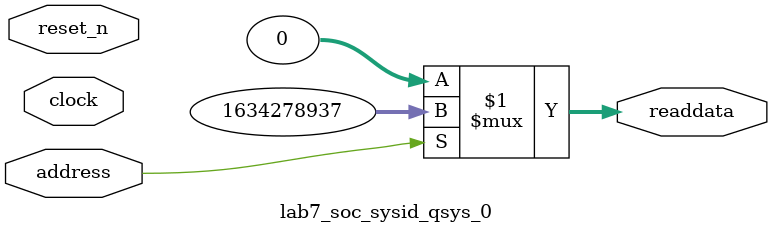
<source format=v>



// synthesis translate_off
`timescale 1ns / 1ps
// synthesis translate_on

// turn off superfluous verilog processor warnings 
// altera message_level Level1 
// altera message_off 10034 10035 10036 10037 10230 10240 10030 

module lab7_soc_sysid_qsys_0 (
               // inputs:
                address,
                clock,
                reset_n,

               // outputs:
                readdata
             )
;

  output  [ 31: 0] readdata;
  input            address;
  input            clock;
  input            reset_n;

  wire    [ 31: 0] readdata;
  //control_slave, which is an e_avalon_slave
  assign readdata = address ? 1634278937 : 0;

endmodule



</source>
